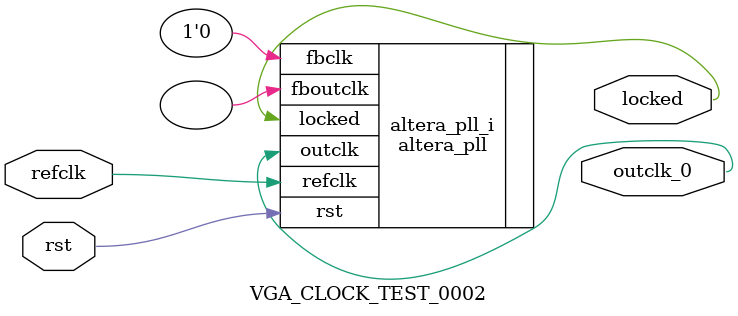
<source format=v>
`timescale 1ns/10ps
module  VGA_CLOCK_TEST_0002(

	// interface 'refclk'
	input wire refclk,

	// interface 'reset'
	input wire rst,

	// interface 'outclk0'
	output wire outclk_0,

	// interface 'locked'
	output wire locked
);

	altera_pll #(
		.fractional_vco_multiplier("false"),
		.reference_clock_frequency("50.0 MHz"),
		.operation_mode("direct"),
		.number_of_clocks(1),
		.output_clock_frequency0("25.000000 MHz"),
		.phase_shift0("0 ps"),
		.duty_cycle0(50),
		.output_clock_frequency1("0 MHz"),
		.phase_shift1("0 ps"),
		.duty_cycle1(50),
		.output_clock_frequency2("0 MHz"),
		.phase_shift2("0 ps"),
		.duty_cycle2(50),
		.output_clock_frequency3("0 MHz"),
		.phase_shift3("0 ps"),
		.duty_cycle3(50),
		.output_clock_frequency4("0 MHz"),
		.phase_shift4("0 ps"),
		.duty_cycle4(50),
		.output_clock_frequency5("0 MHz"),
		.phase_shift5("0 ps"),
		.duty_cycle5(50),
		.output_clock_frequency6("0 MHz"),
		.phase_shift6("0 ps"),
		.duty_cycle6(50),
		.output_clock_frequency7("0 MHz"),
		.phase_shift7("0 ps"),
		.duty_cycle7(50),
		.output_clock_frequency8("0 MHz"),
		.phase_shift8("0 ps"),
		.duty_cycle8(50),
		.output_clock_frequency9("0 MHz"),
		.phase_shift9("0 ps"),
		.duty_cycle9(50),
		.output_clock_frequency10("0 MHz"),
		.phase_shift10("0 ps"),
		.duty_cycle10(50),
		.output_clock_frequency11("0 MHz"),
		.phase_shift11("0 ps"),
		.duty_cycle11(50),
		.output_clock_frequency12("0 MHz"),
		.phase_shift12("0 ps"),
		.duty_cycle12(50),
		.output_clock_frequency13("0 MHz"),
		.phase_shift13("0 ps"),
		.duty_cycle13(50),
		.output_clock_frequency14("0 MHz"),
		.phase_shift14("0 ps"),
		.duty_cycle14(50),
		.output_clock_frequency15("0 MHz"),
		.phase_shift15("0 ps"),
		.duty_cycle15(50),
		.output_clock_frequency16("0 MHz"),
		.phase_shift16("0 ps"),
		.duty_cycle16(50),
		.output_clock_frequency17("0 MHz"),
		.phase_shift17("0 ps"),
		.duty_cycle17(50),
		.pll_type("General"),
		.pll_subtype("General")
	) altera_pll_i (
		.rst	(rst),
		.outclk	({outclk_0}),
		.locked	(locked),
		.fboutclk	( ),
		.fbclk	(1'b0),
		.refclk	(refclk)
	);
endmodule


</source>
